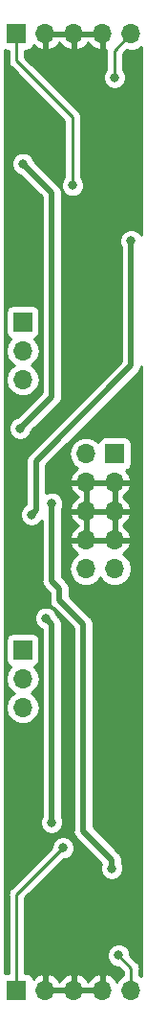
<source format=gbr>
G04 #@! TF.GenerationSoftware,KiCad,Pcbnew,(5.0.0-rc2-47-g52fceb3)*
G04 #@! TF.CreationDate,2018-06-13T16:52:08-05:00*
G04 #@! TF.ProjectId,nearness,6E6561726E6573732E6B696361645F70,rev?*
G04 #@! TF.SameCoordinates,Original*
G04 #@! TF.FileFunction,Copper,L2,Bot,Signal*
G04 #@! TF.FilePolarity,Positive*
%FSLAX46Y46*%
G04 Gerber Fmt 4.6, Leading zero omitted, Abs format (unit mm)*
G04 Created by KiCad (PCBNEW (5.0.0-rc2-47-g52fceb3)) date Wednesday, June 13, 2018 at 04:52:08 PM*
%MOMM*%
%LPD*%
G01*
G04 APERTURE LIST*
G04 #@! TA.AperFunction,ComponentPad*
%ADD10R,1.700000X1.700000*%
G04 #@! TD*
G04 #@! TA.AperFunction,ComponentPad*
%ADD11O,1.700000X1.700000*%
G04 #@! TD*
G04 #@! TA.AperFunction,ViaPad*
%ADD12C,0.800000*%
G04 #@! TD*
G04 #@! TA.AperFunction,Conductor*
%ADD13C,0.500000*%
G04 #@! TD*
G04 #@! TA.AperFunction,Conductor*
%ADD14C,0.250000*%
G04 #@! TD*
G04 #@! TA.AperFunction,Conductor*
%ADD15C,0.254000*%
G04 #@! TD*
G04 APERTURE END LIST*
D10*
G04 #@! TO.P,P6,1*
G04 #@! TO.N,Net-(P6-Pad1)*
X39600000Y-66802000D03*
D11*
G04 #@! TO.P,P6,2*
G04 #@! TO.N,Net-(P6-Pad2)*
X39600000Y-69342000D03*
G04 #@! TO.P,P6,3*
G04 #@! TO.N,Net-(P6-Pad3)*
X39600000Y-71882000D03*
G04 #@! TD*
G04 #@! TO.P,P5,3*
G04 #@! TO.N,Net-(P5-Pad3)*
X39600000Y-42926000D03*
G04 #@! TO.P,P5,2*
G04 #@! TO.N,Net-(P5-Pad2)*
X39600000Y-40386000D03*
D10*
G04 #@! TO.P,P5,1*
G04 #@! TO.N,Net-(P5-Pad1)*
X39600000Y-37846000D03*
G04 #@! TD*
G04 #@! TO.P,J13,1*
G04 #@! TO.N,Net-(J13-Pad1)*
X39068000Y-12390400D03*
D11*
G04 #@! TO.P,J13,2*
G04 #@! TO.N,GND*
X41608000Y-12390400D03*
G04 #@! TO.P,J13,3*
X44148000Y-12390400D03*
G04 #@! TO.P,J13,4*
X46688000Y-12390400D03*
G04 #@! TO.P,J13,5*
G04 #@! TO.N,Net-(J13-Pad5)*
X49228000Y-12390400D03*
G04 #@! TD*
G04 #@! TO.P,J14,5*
G04 #@! TO.N,Net-(J14-Pad5)*
X49228000Y-96835400D03*
G04 #@! TO.P,J14,4*
G04 #@! TO.N,GND*
X46688000Y-96835400D03*
G04 #@! TO.P,J14,3*
X44148000Y-96835400D03*
G04 #@! TO.P,J14,2*
X41608000Y-96835400D03*
D10*
G04 #@! TO.P,J14,1*
G04 #@! TO.N,Net-(J14-Pad1)*
X39068000Y-96835400D03*
G04 #@! TD*
G04 #@! TO.P,J10,1*
G04 #@! TO.N,Net-(D1-Pad2)*
X47752000Y-49476406D03*
D11*
G04 #@! TO.P,J10,2*
X45212000Y-49476406D03*
G04 #@! TO.P,J10,3*
G04 #@! TO.N,GND*
X47752000Y-52016406D03*
G04 #@! TO.P,J10,4*
X45212000Y-52016406D03*
G04 #@! TO.P,J10,5*
X47752000Y-54556406D03*
G04 #@! TO.P,J10,6*
X45212000Y-54556406D03*
G04 #@! TO.P,J10,7*
X47752000Y-57096406D03*
G04 #@! TO.P,J10,8*
X45212000Y-57096406D03*
G04 #@! TO.P,J10,9*
G04 #@! TO.N,Net-(D2-Pad1)*
X47752000Y-59636406D03*
G04 #@! TO.P,J10,10*
X45212000Y-59636406D03*
G04 #@! TD*
D12*
G04 #@! TO.N,-12V*
X40386000Y-54864000D03*
X41656000Y-64008000D03*
X49225200Y-30683200D03*
X42164000Y-82042000D03*
G04 #@! TO.N,+12V*
X39624000Y-23876000D03*
X42164000Y-53848000D03*
X47498000Y-86106000D03*
X39370000Y-47244000D03*
G04 #@! TO.N,Net-(J13-Pad5)*
X47752000Y-16256000D03*
G04 #@! TO.N,Net-(J14-Pad1)*
X43180000Y-84277200D03*
G04 #@! TO.N,Net-(J13-Pad1)*
X44015253Y-25778053D03*
G04 #@! TO.N,Net-(J14-Pad5)*
X48107600Y-93776800D03*
G04 #@! TD*
D13*
G04 #@! TO.N,-12V*
X49225200Y-30683200D02*
X49225200Y-41706800D01*
X40785999Y-50146001D02*
X40785999Y-54464001D01*
X40785999Y-54464001D02*
X40386000Y-54864000D01*
X49225200Y-41706800D02*
X40785999Y-50146001D01*
X42164000Y-64516000D02*
X42164000Y-82042000D01*
X41656000Y-64008000D02*
X42164000Y-64516000D01*
G04 #@! TO.N,+12V*
X42864010Y-61406010D02*
X42164000Y-60706000D01*
X42164000Y-60706000D02*
X42164000Y-53848000D01*
X42864010Y-62422010D02*
X42864010Y-61406010D01*
X42164000Y-26416000D02*
X39624000Y-23876000D01*
X42164000Y-44450000D02*
X42164000Y-26416000D01*
X39370000Y-47244000D02*
X42164000Y-44450000D01*
X44958000Y-82804000D02*
X47498000Y-85344000D01*
X47498000Y-85344000D02*
X47498000Y-86106000D01*
X44958000Y-64516000D02*
X44958000Y-82804000D01*
X42864010Y-62422010D02*
X44958000Y-64516000D01*
D14*
G04 #@! TO.N,Net-(J13-Pad5)*
X47752000Y-16256000D02*
X47752000Y-13866400D01*
X47752000Y-13866400D02*
X49228000Y-12390400D01*
X49326800Y-12489200D02*
X49228000Y-12390400D01*
G04 #@! TO.N,Net-(J14-Pad1)*
X43180000Y-84277200D02*
X39068000Y-88389200D01*
X39068000Y-88389200D02*
X39068000Y-96835400D01*
G04 #@! TO.N,Net-(J13-Pad1)*
X44015253Y-19732853D02*
X39068000Y-14785600D01*
X39068000Y-14785600D02*
X39068000Y-12390400D01*
X44015253Y-25778053D02*
X44015253Y-19732853D01*
X39116000Y-12700000D02*
X39116000Y-12446000D01*
G04 #@! TO.N,Net-(J14-Pad5)*
X48107600Y-93776800D02*
X49228000Y-94897200D01*
X49228000Y-94897200D02*
X49228000Y-96835400D01*
G04 #@! TD*
D15*
G04 #@! TO.N,GND*
G36*
X41735000Y-12263400D02*
X44021000Y-12263400D01*
X44021000Y-12243400D01*
X44275000Y-12243400D01*
X44275000Y-12263400D01*
X46561000Y-12263400D01*
X46561000Y-12243400D01*
X46815000Y-12243400D01*
X46815000Y-12263400D01*
X46835000Y-12263400D01*
X46835000Y-12517400D01*
X46815000Y-12517400D01*
X46815000Y-13710555D01*
X46989766Y-13802785D01*
X46977112Y-13866400D01*
X46992001Y-13941252D01*
X46992000Y-15552289D01*
X46874569Y-15669720D01*
X46717000Y-16050126D01*
X46717000Y-16461874D01*
X46874569Y-16842280D01*
X47165720Y-17133431D01*
X47546126Y-17291000D01*
X47957874Y-17291000D01*
X48338280Y-17133431D01*
X48629431Y-16842280D01*
X48787000Y-16461874D01*
X48787000Y-16050126D01*
X48629431Y-15669720D01*
X48512000Y-15552289D01*
X48512000Y-14181201D01*
X48861592Y-13831609D01*
X49081744Y-13875400D01*
X49374256Y-13875400D01*
X49807418Y-13789239D01*
X50115001Y-13583719D01*
X50115001Y-30126783D01*
X50102631Y-30096920D01*
X49811480Y-29805769D01*
X49431074Y-29648200D01*
X49019326Y-29648200D01*
X48638920Y-29805769D01*
X48347769Y-30096920D01*
X48190200Y-30477326D01*
X48190200Y-30889074D01*
X48340200Y-31251207D01*
X48340201Y-41340220D01*
X40221846Y-49458576D01*
X40147950Y-49507952D01*
X39952347Y-49800692D01*
X39900999Y-50058837D01*
X39900999Y-50058840D01*
X39883662Y-50146001D01*
X39900999Y-50233162D01*
X39901000Y-53944618D01*
X39799720Y-53986569D01*
X39508569Y-54277720D01*
X39351000Y-54658126D01*
X39351000Y-55069874D01*
X39508569Y-55450280D01*
X39799720Y-55741431D01*
X40180126Y-55899000D01*
X40591874Y-55899000D01*
X40972280Y-55741431D01*
X41263431Y-55450280D01*
X41279001Y-55412691D01*
X41279000Y-60618839D01*
X41261663Y-60706000D01*
X41279000Y-60793161D01*
X41279000Y-60793164D01*
X41330348Y-61051309D01*
X41525951Y-61344049D01*
X41599847Y-61393425D01*
X41979011Y-61772589D01*
X41979010Y-62334849D01*
X41961673Y-62422010D01*
X41979010Y-62509171D01*
X41979010Y-62509174D01*
X42030358Y-62767319D01*
X42225961Y-63060059D01*
X42299857Y-63109435D01*
X44073000Y-64882579D01*
X44073001Y-82716834D01*
X44055663Y-82804000D01*
X44124348Y-83149309D01*
X44270576Y-83368154D01*
X44270578Y-83368156D01*
X44319952Y-83442049D01*
X44393845Y-83491423D01*
X46562451Y-85660030D01*
X46463000Y-85900126D01*
X46463000Y-86311874D01*
X46620569Y-86692280D01*
X46911720Y-86983431D01*
X47292126Y-87141000D01*
X47703874Y-87141000D01*
X48084280Y-86983431D01*
X48375431Y-86692280D01*
X48533000Y-86311874D01*
X48533000Y-85900126D01*
X48383000Y-85537993D01*
X48383000Y-85431159D01*
X48400337Y-85343999D01*
X48383000Y-85256839D01*
X48383000Y-85256835D01*
X48331652Y-84998690D01*
X48136049Y-84705951D01*
X48062156Y-84656577D01*
X45843000Y-82437422D01*
X45843000Y-64603159D01*
X45860337Y-64515999D01*
X45843000Y-64428840D01*
X45843000Y-64428835D01*
X45791652Y-64170690D01*
X45682669Y-64007586D01*
X45645424Y-63951845D01*
X45645423Y-63951844D01*
X45596049Y-63877951D01*
X45522156Y-63828577D01*
X43749010Y-62055432D01*
X43749010Y-61493171D01*
X43766347Y-61406010D01*
X43749010Y-61318849D01*
X43749010Y-61318845D01*
X43697662Y-61060700D01*
X43502059Y-60767961D01*
X43428166Y-60718587D01*
X43049000Y-60339422D01*
X43049000Y-59636406D01*
X43697908Y-59636406D01*
X43813161Y-60215824D01*
X44141375Y-60707031D01*
X44632582Y-61035245D01*
X45065744Y-61121406D01*
X45358256Y-61121406D01*
X45791418Y-61035245D01*
X46282625Y-60707031D01*
X46482000Y-60408645D01*
X46681375Y-60707031D01*
X47172582Y-61035245D01*
X47605744Y-61121406D01*
X47898256Y-61121406D01*
X48331418Y-61035245D01*
X48822625Y-60707031D01*
X49150839Y-60215824D01*
X49266092Y-59636406D01*
X49150839Y-59056988D01*
X48822625Y-58565781D01*
X48503522Y-58352563D01*
X48633358Y-58291589D01*
X49023645Y-57863330D01*
X49193476Y-57453296D01*
X49072155Y-57223406D01*
X47879000Y-57223406D01*
X47879000Y-57243406D01*
X47625000Y-57243406D01*
X47625000Y-57223406D01*
X45339000Y-57223406D01*
X45339000Y-57243406D01*
X45085000Y-57243406D01*
X45085000Y-57223406D01*
X43891845Y-57223406D01*
X43770524Y-57453296D01*
X43940355Y-57863330D01*
X44330642Y-58291589D01*
X44460478Y-58352563D01*
X44141375Y-58565781D01*
X43813161Y-59056988D01*
X43697908Y-59636406D01*
X43049000Y-59636406D01*
X43049000Y-54913296D01*
X43770524Y-54913296D01*
X43940355Y-55323330D01*
X44330642Y-55751589D01*
X44489954Y-55826406D01*
X44330642Y-55901223D01*
X43940355Y-56329482D01*
X43770524Y-56739516D01*
X43891845Y-56969406D01*
X45085000Y-56969406D01*
X45085000Y-54683406D01*
X45339000Y-54683406D01*
X45339000Y-56969406D01*
X47625000Y-56969406D01*
X47625000Y-54683406D01*
X47879000Y-54683406D01*
X47879000Y-56969406D01*
X49072155Y-56969406D01*
X49193476Y-56739516D01*
X49023645Y-56329482D01*
X48633358Y-55901223D01*
X48474046Y-55826406D01*
X48633358Y-55751589D01*
X49023645Y-55323330D01*
X49193476Y-54913296D01*
X49072155Y-54683406D01*
X47879000Y-54683406D01*
X47625000Y-54683406D01*
X45339000Y-54683406D01*
X45085000Y-54683406D01*
X43891845Y-54683406D01*
X43770524Y-54913296D01*
X43049000Y-54913296D01*
X43049000Y-54416007D01*
X43199000Y-54053874D01*
X43199000Y-53642126D01*
X43041431Y-53261720D01*
X42750280Y-52970569D01*
X42369874Y-52813000D01*
X41958126Y-52813000D01*
X41670999Y-52931932D01*
X41670999Y-52373296D01*
X43770524Y-52373296D01*
X43940355Y-52783330D01*
X44330642Y-53211589D01*
X44489954Y-53286406D01*
X44330642Y-53361223D01*
X43940355Y-53789482D01*
X43770524Y-54199516D01*
X43891845Y-54429406D01*
X45085000Y-54429406D01*
X45085000Y-52143406D01*
X45339000Y-52143406D01*
X45339000Y-54429406D01*
X47625000Y-54429406D01*
X47625000Y-52143406D01*
X47879000Y-52143406D01*
X47879000Y-54429406D01*
X49072155Y-54429406D01*
X49193476Y-54199516D01*
X49023645Y-53789482D01*
X48633358Y-53361223D01*
X48474046Y-53286406D01*
X48633358Y-53211589D01*
X49023645Y-52783330D01*
X49193476Y-52373296D01*
X49072155Y-52143406D01*
X47879000Y-52143406D01*
X47625000Y-52143406D01*
X45339000Y-52143406D01*
X45085000Y-52143406D01*
X43891845Y-52143406D01*
X43770524Y-52373296D01*
X41670999Y-52373296D01*
X41670999Y-50512579D01*
X42707172Y-49476406D01*
X43697908Y-49476406D01*
X43813161Y-50055824D01*
X44141375Y-50547031D01*
X44460478Y-50760249D01*
X44330642Y-50821223D01*
X43940355Y-51249482D01*
X43770524Y-51659516D01*
X43891845Y-51889406D01*
X45085000Y-51889406D01*
X45085000Y-51869406D01*
X45339000Y-51869406D01*
X45339000Y-51889406D01*
X47625000Y-51889406D01*
X47625000Y-51869406D01*
X47879000Y-51869406D01*
X47879000Y-51889406D01*
X49072155Y-51889406D01*
X49193476Y-51659516D01*
X49023645Y-51249482D01*
X48746292Y-50945145D01*
X48849765Y-50924563D01*
X49059809Y-50784215D01*
X49200157Y-50574171D01*
X49249440Y-50326406D01*
X49249440Y-48626406D01*
X49200157Y-48378641D01*
X49059809Y-48168597D01*
X48849765Y-48028249D01*
X48602000Y-47978966D01*
X46902000Y-47978966D01*
X46654235Y-48028249D01*
X46444191Y-48168597D01*
X46303843Y-48378641D01*
X46294816Y-48424025D01*
X46282625Y-48405781D01*
X45791418Y-48077567D01*
X45358256Y-47991406D01*
X45065744Y-47991406D01*
X44632582Y-48077567D01*
X44141375Y-48405781D01*
X43813161Y-48896988D01*
X43697908Y-49476406D01*
X42707172Y-49476406D01*
X49789356Y-42394223D01*
X49863249Y-42344849D01*
X50058852Y-42052110D01*
X50110200Y-41793965D01*
X50110200Y-41793961D01*
X50115001Y-41769826D01*
X50115000Y-95642081D01*
X49988000Y-95557222D01*
X49988000Y-94972047D01*
X50002888Y-94897200D01*
X49988000Y-94822353D01*
X49988000Y-94822348D01*
X49943904Y-94600663D01*
X49775929Y-94349271D01*
X49712473Y-94306871D01*
X49142600Y-93736999D01*
X49142600Y-93570926D01*
X48985031Y-93190520D01*
X48693880Y-92899369D01*
X48313474Y-92741800D01*
X47901726Y-92741800D01*
X47521320Y-92899369D01*
X47230169Y-93190520D01*
X47072600Y-93570926D01*
X47072600Y-93982674D01*
X47230169Y-94363080D01*
X47521320Y-94654231D01*
X47901726Y-94811800D01*
X48067799Y-94811800D01*
X48468000Y-95212002D01*
X48468000Y-95557222D01*
X48157375Y-95764775D01*
X47944157Y-96083878D01*
X47883183Y-95954042D01*
X47454924Y-95563755D01*
X47044890Y-95393924D01*
X46815000Y-95515245D01*
X46815000Y-96708400D01*
X46835000Y-96708400D01*
X46835000Y-96962400D01*
X46815000Y-96962400D01*
X46815000Y-96982400D01*
X46561000Y-96982400D01*
X46561000Y-96962400D01*
X44275000Y-96962400D01*
X44275000Y-96982400D01*
X44021000Y-96982400D01*
X44021000Y-96962400D01*
X41735000Y-96962400D01*
X41735000Y-96982400D01*
X41481000Y-96982400D01*
X41481000Y-96962400D01*
X41461000Y-96962400D01*
X41461000Y-96708400D01*
X41481000Y-96708400D01*
X41481000Y-95515245D01*
X41735000Y-95515245D01*
X41735000Y-96708400D01*
X44021000Y-96708400D01*
X44021000Y-95515245D01*
X44275000Y-95515245D01*
X44275000Y-96708400D01*
X46561000Y-96708400D01*
X46561000Y-95515245D01*
X46331110Y-95393924D01*
X45921076Y-95563755D01*
X45492817Y-95954042D01*
X45418000Y-96113354D01*
X45343183Y-95954042D01*
X44914924Y-95563755D01*
X44504890Y-95393924D01*
X44275000Y-95515245D01*
X44021000Y-95515245D01*
X43791110Y-95393924D01*
X43381076Y-95563755D01*
X42952817Y-95954042D01*
X42878000Y-96113354D01*
X42803183Y-95954042D01*
X42374924Y-95563755D01*
X41964890Y-95393924D01*
X41735000Y-95515245D01*
X41481000Y-95515245D01*
X41251110Y-95393924D01*
X40841076Y-95563755D01*
X40536739Y-95841108D01*
X40516157Y-95737635D01*
X40375809Y-95527591D01*
X40165765Y-95387243D01*
X39918000Y-95337960D01*
X39828000Y-95337960D01*
X39828000Y-88704001D01*
X43219802Y-85312200D01*
X43385874Y-85312200D01*
X43766280Y-85154631D01*
X44057431Y-84863480D01*
X44215000Y-84483074D01*
X44215000Y-84071326D01*
X44057431Y-83690920D01*
X43766280Y-83399769D01*
X43385874Y-83242200D01*
X42974126Y-83242200D01*
X42593720Y-83399769D01*
X42302569Y-83690920D01*
X42145000Y-84071326D01*
X42145000Y-84237398D01*
X38583530Y-87798869D01*
X38520071Y-87841271D01*
X38352096Y-88092664D01*
X38308000Y-88314349D01*
X38308000Y-88314353D01*
X38293112Y-88389200D01*
X38308000Y-88464047D01*
X38308001Y-95337960D01*
X38218000Y-95337960D01*
X38023000Y-95376748D01*
X38023000Y-69342000D01*
X38085908Y-69342000D01*
X38201161Y-69921418D01*
X38529375Y-70412625D01*
X38827761Y-70612000D01*
X38529375Y-70811375D01*
X38201161Y-71302582D01*
X38085908Y-71882000D01*
X38201161Y-72461418D01*
X38529375Y-72952625D01*
X39020582Y-73280839D01*
X39453744Y-73367000D01*
X39746256Y-73367000D01*
X40179418Y-73280839D01*
X40670625Y-72952625D01*
X40998839Y-72461418D01*
X41114092Y-71882000D01*
X40998839Y-71302582D01*
X40670625Y-70811375D01*
X40372239Y-70612000D01*
X40670625Y-70412625D01*
X40998839Y-69921418D01*
X41114092Y-69342000D01*
X40998839Y-68762582D01*
X40670625Y-68271375D01*
X40652381Y-68259184D01*
X40697765Y-68250157D01*
X40907809Y-68109809D01*
X41048157Y-67899765D01*
X41097440Y-67652000D01*
X41097440Y-65952000D01*
X41048157Y-65704235D01*
X40907809Y-65494191D01*
X40697765Y-65353843D01*
X40450000Y-65304560D01*
X38750000Y-65304560D01*
X38502235Y-65353843D01*
X38292191Y-65494191D01*
X38151843Y-65704235D01*
X38102560Y-65952000D01*
X38102560Y-67652000D01*
X38151843Y-67899765D01*
X38292191Y-68109809D01*
X38502235Y-68250157D01*
X38547619Y-68259184D01*
X38529375Y-68271375D01*
X38201161Y-68762582D01*
X38085908Y-69342000D01*
X38023000Y-69342000D01*
X38023000Y-63802126D01*
X40621000Y-63802126D01*
X40621000Y-64213874D01*
X40778569Y-64594280D01*
X41069720Y-64885431D01*
X41279000Y-64972117D01*
X41279001Y-81473991D01*
X41129000Y-81836126D01*
X41129000Y-82247874D01*
X41286569Y-82628280D01*
X41577720Y-82919431D01*
X41958126Y-83077000D01*
X42369874Y-83077000D01*
X42750280Y-82919431D01*
X43041431Y-82628280D01*
X43199000Y-82247874D01*
X43199000Y-81836126D01*
X43049000Y-81473993D01*
X43049000Y-64603159D01*
X43066337Y-64515999D01*
X43049000Y-64428839D01*
X43049000Y-64428835D01*
X42997652Y-64170690D01*
X42802049Y-63877951D01*
X42728154Y-63828576D01*
X42683431Y-63783853D01*
X42533431Y-63421720D01*
X42242280Y-63130569D01*
X41861874Y-62973000D01*
X41450126Y-62973000D01*
X41069720Y-63130569D01*
X40778569Y-63421720D01*
X40621000Y-63802126D01*
X38023000Y-63802126D01*
X38023000Y-47038126D01*
X38335000Y-47038126D01*
X38335000Y-47449874D01*
X38492569Y-47830280D01*
X38783720Y-48121431D01*
X39164126Y-48279000D01*
X39575874Y-48279000D01*
X39956280Y-48121431D01*
X40247431Y-47830280D01*
X40397431Y-47468147D01*
X42728156Y-45137423D01*
X42802049Y-45088049D01*
X42997652Y-44795310D01*
X43049000Y-44537165D01*
X43049000Y-44537161D01*
X43066337Y-44450000D01*
X43049000Y-44362839D01*
X43049000Y-26503159D01*
X43066337Y-26415999D01*
X43049000Y-26328839D01*
X43049000Y-26328835D01*
X42997652Y-26070690D01*
X42852132Y-25852905D01*
X42851424Y-25851845D01*
X42851423Y-25851844D01*
X42802049Y-25777951D01*
X42728156Y-25728577D01*
X40651431Y-23651853D01*
X40501431Y-23289720D01*
X40210280Y-22998569D01*
X39829874Y-22841000D01*
X39418126Y-22841000D01*
X39037720Y-22998569D01*
X38746569Y-23289720D01*
X38589000Y-23670126D01*
X38589000Y-24081874D01*
X38746569Y-24462280D01*
X39037720Y-24753431D01*
X39399853Y-24903431D01*
X41279001Y-26782580D01*
X41279000Y-44083421D01*
X39145853Y-46216569D01*
X38783720Y-46366569D01*
X38492569Y-46657720D01*
X38335000Y-47038126D01*
X38023000Y-47038126D01*
X38023000Y-40386000D01*
X38085908Y-40386000D01*
X38201161Y-40965418D01*
X38529375Y-41456625D01*
X38827761Y-41656000D01*
X38529375Y-41855375D01*
X38201161Y-42346582D01*
X38085908Y-42926000D01*
X38201161Y-43505418D01*
X38529375Y-43996625D01*
X39020582Y-44324839D01*
X39453744Y-44411000D01*
X39746256Y-44411000D01*
X40179418Y-44324839D01*
X40670625Y-43996625D01*
X40998839Y-43505418D01*
X41114092Y-42926000D01*
X40998839Y-42346582D01*
X40670625Y-41855375D01*
X40372239Y-41656000D01*
X40670625Y-41456625D01*
X40998839Y-40965418D01*
X41114092Y-40386000D01*
X40998839Y-39806582D01*
X40670625Y-39315375D01*
X40652381Y-39303184D01*
X40697765Y-39294157D01*
X40907809Y-39153809D01*
X41048157Y-38943765D01*
X41097440Y-38696000D01*
X41097440Y-36996000D01*
X41048157Y-36748235D01*
X40907809Y-36538191D01*
X40697765Y-36397843D01*
X40450000Y-36348560D01*
X38750000Y-36348560D01*
X38502235Y-36397843D01*
X38292191Y-36538191D01*
X38151843Y-36748235D01*
X38102560Y-36996000D01*
X38102560Y-38696000D01*
X38151843Y-38943765D01*
X38292191Y-39153809D01*
X38502235Y-39294157D01*
X38547619Y-39303184D01*
X38529375Y-39315375D01*
X38201161Y-39806582D01*
X38085908Y-40386000D01*
X38023000Y-40386000D01*
X38023000Y-13849052D01*
X38218000Y-13887840D01*
X38308000Y-13887840D01*
X38308000Y-14710753D01*
X38293112Y-14785600D01*
X38308000Y-14860447D01*
X38308000Y-14860451D01*
X38352096Y-15082136D01*
X38520071Y-15333529D01*
X38583530Y-15375931D01*
X43255254Y-20047657D01*
X43255253Y-25074342D01*
X43137822Y-25191773D01*
X42980253Y-25572179D01*
X42980253Y-25983927D01*
X43137822Y-26364333D01*
X43428973Y-26655484D01*
X43809379Y-26813053D01*
X44221127Y-26813053D01*
X44601533Y-26655484D01*
X44892684Y-26364333D01*
X45050253Y-25983927D01*
X45050253Y-25572179D01*
X44892684Y-25191773D01*
X44775253Y-25074342D01*
X44775253Y-19807699D01*
X44790141Y-19732852D01*
X44775253Y-19658005D01*
X44775253Y-19658001D01*
X44731157Y-19436316D01*
X44689355Y-19373755D01*
X44605582Y-19248379D01*
X44605580Y-19248377D01*
X44563182Y-19184924D01*
X44499729Y-19142526D01*
X39828000Y-14470799D01*
X39828000Y-13887840D01*
X39918000Y-13887840D01*
X40165765Y-13838557D01*
X40375809Y-13698209D01*
X40516157Y-13488165D01*
X40536739Y-13384692D01*
X40841076Y-13662045D01*
X41251110Y-13831876D01*
X41481000Y-13710555D01*
X41481000Y-12517400D01*
X41735000Y-12517400D01*
X41735000Y-13710555D01*
X41964890Y-13831876D01*
X42374924Y-13662045D01*
X42803183Y-13271758D01*
X42878000Y-13112446D01*
X42952817Y-13271758D01*
X43381076Y-13662045D01*
X43791110Y-13831876D01*
X44021000Y-13710555D01*
X44021000Y-12517400D01*
X44275000Y-12517400D01*
X44275000Y-13710555D01*
X44504890Y-13831876D01*
X44914924Y-13662045D01*
X45343183Y-13271758D01*
X45418000Y-13112446D01*
X45492817Y-13271758D01*
X45921076Y-13662045D01*
X46331110Y-13831876D01*
X46561000Y-13710555D01*
X46561000Y-12517400D01*
X44275000Y-12517400D01*
X44021000Y-12517400D01*
X41735000Y-12517400D01*
X41481000Y-12517400D01*
X41461000Y-12517400D01*
X41461000Y-12263400D01*
X41481000Y-12263400D01*
X41481000Y-12243400D01*
X41735000Y-12243400D01*
X41735000Y-12263400D01*
X41735000Y-12263400D01*
G37*
X41735000Y-12263400D02*
X44021000Y-12263400D01*
X44021000Y-12243400D01*
X44275000Y-12243400D01*
X44275000Y-12263400D01*
X46561000Y-12263400D01*
X46561000Y-12243400D01*
X46815000Y-12243400D01*
X46815000Y-12263400D01*
X46835000Y-12263400D01*
X46835000Y-12517400D01*
X46815000Y-12517400D01*
X46815000Y-13710555D01*
X46989766Y-13802785D01*
X46977112Y-13866400D01*
X46992001Y-13941252D01*
X46992000Y-15552289D01*
X46874569Y-15669720D01*
X46717000Y-16050126D01*
X46717000Y-16461874D01*
X46874569Y-16842280D01*
X47165720Y-17133431D01*
X47546126Y-17291000D01*
X47957874Y-17291000D01*
X48338280Y-17133431D01*
X48629431Y-16842280D01*
X48787000Y-16461874D01*
X48787000Y-16050126D01*
X48629431Y-15669720D01*
X48512000Y-15552289D01*
X48512000Y-14181201D01*
X48861592Y-13831609D01*
X49081744Y-13875400D01*
X49374256Y-13875400D01*
X49807418Y-13789239D01*
X50115001Y-13583719D01*
X50115001Y-30126783D01*
X50102631Y-30096920D01*
X49811480Y-29805769D01*
X49431074Y-29648200D01*
X49019326Y-29648200D01*
X48638920Y-29805769D01*
X48347769Y-30096920D01*
X48190200Y-30477326D01*
X48190200Y-30889074D01*
X48340200Y-31251207D01*
X48340201Y-41340220D01*
X40221846Y-49458576D01*
X40147950Y-49507952D01*
X39952347Y-49800692D01*
X39900999Y-50058837D01*
X39900999Y-50058840D01*
X39883662Y-50146001D01*
X39900999Y-50233162D01*
X39901000Y-53944618D01*
X39799720Y-53986569D01*
X39508569Y-54277720D01*
X39351000Y-54658126D01*
X39351000Y-55069874D01*
X39508569Y-55450280D01*
X39799720Y-55741431D01*
X40180126Y-55899000D01*
X40591874Y-55899000D01*
X40972280Y-55741431D01*
X41263431Y-55450280D01*
X41279001Y-55412691D01*
X41279000Y-60618839D01*
X41261663Y-60706000D01*
X41279000Y-60793161D01*
X41279000Y-60793164D01*
X41330348Y-61051309D01*
X41525951Y-61344049D01*
X41599847Y-61393425D01*
X41979011Y-61772589D01*
X41979010Y-62334849D01*
X41961673Y-62422010D01*
X41979010Y-62509171D01*
X41979010Y-62509174D01*
X42030358Y-62767319D01*
X42225961Y-63060059D01*
X42299857Y-63109435D01*
X44073000Y-64882579D01*
X44073001Y-82716834D01*
X44055663Y-82804000D01*
X44124348Y-83149309D01*
X44270576Y-83368154D01*
X44270578Y-83368156D01*
X44319952Y-83442049D01*
X44393845Y-83491423D01*
X46562451Y-85660030D01*
X46463000Y-85900126D01*
X46463000Y-86311874D01*
X46620569Y-86692280D01*
X46911720Y-86983431D01*
X47292126Y-87141000D01*
X47703874Y-87141000D01*
X48084280Y-86983431D01*
X48375431Y-86692280D01*
X48533000Y-86311874D01*
X48533000Y-85900126D01*
X48383000Y-85537993D01*
X48383000Y-85431159D01*
X48400337Y-85343999D01*
X48383000Y-85256839D01*
X48383000Y-85256835D01*
X48331652Y-84998690D01*
X48136049Y-84705951D01*
X48062156Y-84656577D01*
X45843000Y-82437422D01*
X45843000Y-64603159D01*
X45860337Y-64515999D01*
X45843000Y-64428840D01*
X45843000Y-64428835D01*
X45791652Y-64170690D01*
X45682669Y-64007586D01*
X45645424Y-63951845D01*
X45645423Y-63951844D01*
X45596049Y-63877951D01*
X45522156Y-63828577D01*
X43749010Y-62055432D01*
X43749010Y-61493171D01*
X43766347Y-61406010D01*
X43749010Y-61318849D01*
X43749010Y-61318845D01*
X43697662Y-61060700D01*
X43502059Y-60767961D01*
X43428166Y-60718587D01*
X43049000Y-60339422D01*
X43049000Y-59636406D01*
X43697908Y-59636406D01*
X43813161Y-60215824D01*
X44141375Y-60707031D01*
X44632582Y-61035245D01*
X45065744Y-61121406D01*
X45358256Y-61121406D01*
X45791418Y-61035245D01*
X46282625Y-60707031D01*
X46482000Y-60408645D01*
X46681375Y-60707031D01*
X47172582Y-61035245D01*
X47605744Y-61121406D01*
X47898256Y-61121406D01*
X48331418Y-61035245D01*
X48822625Y-60707031D01*
X49150839Y-60215824D01*
X49266092Y-59636406D01*
X49150839Y-59056988D01*
X48822625Y-58565781D01*
X48503522Y-58352563D01*
X48633358Y-58291589D01*
X49023645Y-57863330D01*
X49193476Y-57453296D01*
X49072155Y-57223406D01*
X47879000Y-57223406D01*
X47879000Y-57243406D01*
X47625000Y-57243406D01*
X47625000Y-57223406D01*
X45339000Y-57223406D01*
X45339000Y-57243406D01*
X45085000Y-57243406D01*
X45085000Y-57223406D01*
X43891845Y-57223406D01*
X43770524Y-57453296D01*
X43940355Y-57863330D01*
X44330642Y-58291589D01*
X44460478Y-58352563D01*
X44141375Y-58565781D01*
X43813161Y-59056988D01*
X43697908Y-59636406D01*
X43049000Y-59636406D01*
X43049000Y-54913296D01*
X43770524Y-54913296D01*
X43940355Y-55323330D01*
X44330642Y-55751589D01*
X44489954Y-55826406D01*
X44330642Y-55901223D01*
X43940355Y-56329482D01*
X43770524Y-56739516D01*
X43891845Y-56969406D01*
X45085000Y-56969406D01*
X45085000Y-54683406D01*
X45339000Y-54683406D01*
X45339000Y-56969406D01*
X47625000Y-56969406D01*
X47625000Y-54683406D01*
X47879000Y-54683406D01*
X47879000Y-56969406D01*
X49072155Y-56969406D01*
X49193476Y-56739516D01*
X49023645Y-56329482D01*
X48633358Y-55901223D01*
X48474046Y-55826406D01*
X48633358Y-55751589D01*
X49023645Y-55323330D01*
X49193476Y-54913296D01*
X49072155Y-54683406D01*
X47879000Y-54683406D01*
X47625000Y-54683406D01*
X45339000Y-54683406D01*
X45085000Y-54683406D01*
X43891845Y-54683406D01*
X43770524Y-54913296D01*
X43049000Y-54913296D01*
X43049000Y-54416007D01*
X43199000Y-54053874D01*
X43199000Y-53642126D01*
X43041431Y-53261720D01*
X42750280Y-52970569D01*
X42369874Y-52813000D01*
X41958126Y-52813000D01*
X41670999Y-52931932D01*
X41670999Y-52373296D01*
X43770524Y-52373296D01*
X43940355Y-52783330D01*
X44330642Y-53211589D01*
X44489954Y-53286406D01*
X44330642Y-53361223D01*
X43940355Y-53789482D01*
X43770524Y-54199516D01*
X43891845Y-54429406D01*
X45085000Y-54429406D01*
X45085000Y-52143406D01*
X45339000Y-52143406D01*
X45339000Y-54429406D01*
X47625000Y-54429406D01*
X47625000Y-52143406D01*
X47879000Y-52143406D01*
X47879000Y-54429406D01*
X49072155Y-54429406D01*
X49193476Y-54199516D01*
X49023645Y-53789482D01*
X48633358Y-53361223D01*
X48474046Y-53286406D01*
X48633358Y-53211589D01*
X49023645Y-52783330D01*
X49193476Y-52373296D01*
X49072155Y-52143406D01*
X47879000Y-52143406D01*
X47625000Y-52143406D01*
X45339000Y-52143406D01*
X45085000Y-52143406D01*
X43891845Y-52143406D01*
X43770524Y-52373296D01*
X41670999Y-52373296D01*
X41670999Y-50512579D01*
X42707172Y-49476406D01*
X43697908Y-49476406D01*
X43813161Y-50055824D01*
X44141375Y-50547031D01*
X44460478Y-50760249D01*
X44330642Y-50821223D01*
X43940355Y-51249482D01*
X43770524Y-51659516D01*
X43891845Y-51889406D01*
X45085000Y-51889406D01*
X45085000Y-51869406D01*
X45339000Y-51869406D01*
X45339000Y-51889406D01*
X47625000Y-51889406D01*
X47625000Y-51869406D01*
X47879000Y-51869406D01*
X47879000Y-51889406D01*
X49072155Y-51889406D01*
X49193476Y-51659516D01*
X49023645Y-51249482D01*
X48746292Y-50945145D01*
X48849765Y-50924563D01*
X49059809Y-50784215D01*
X49200157Y-50574171D01*
X49249440Y-50326406D01*
X49249440Y-48626406D01*
X49200157Y-48378641D01*
X49059809Y-48168597D01*
X48849765Y-48028249D01*
X48602000Y-47978966D01*
X46902000Y-47978966D01*
X46654235Y-48028249D01*
X46444191Y-48168597D01*
X46303843Y-48378641D01*
X46294816Y-48424025D01*
X46282625Y-48405781D01*
X45791418Y-48077567D01*
X45358256Y-47991406D01*
X45065744Y-47991406D01*
X44632582Y-48077567D01*
X44141375Y-48405781D01*
X43813161Y-48896988D01*
X43697908Y-49476406D01*
X42707172Y-49476406D01*
X49789356Y-42394223D01*
X49863249Y-42344849D01*
X50058852Y-42052110D01*
X50110200Y-41793965D01*
X50110200Y-41793961D01*
X50115001Y-41769826D01*
X50115000Y-95642081D01*
X49988000Y-95557222D01*
X49988000Y-94972047D01*
X50002888Y-94897200D01*
X49988000Y-94822353D01*
X49988000Y-94822348D01*
X49943904Y-94600663D01*
X49775929Y-94349271D01*
X49712473Y-94306871D01*
X49142600Y-93736999D01*
X49142600Y-93570926D01*
X48985031Y-93190520D01*
X48693880Y-92899369D01*
X48313474Y-92741800D01*
X47901726Y-92741800D01*
X47521320Y-92899369D01*
X47230169Y-93190520D01*
X47072600Y-93570926D01*
X47072600Y-93982674D01*
X47230169Y-94363080D01*
X47521320Y-94654231D01*
X47901726Y-94811800D01*
X48067799Y-94811800D01*
X48468000Y-95212002D01*
X48468000Y-95557222D01*
X48157375Y-95764775D01*
X47944157Y-96083878D01*
X47883183Y-95954042D01*
X47454924Y-95563755D01*
X47044890Y-95393924D01*
X46815000Y-95515245D01*
X46815000Y-96708400D01*
X46835000Y-96708400D01*
X46835000Y-96962400D01*
X46815000Y-96962400D01*
X46815000Y-96982400D01*
X46561000Y-96982400D01*
X46561000Y-96962400D01*
X44275000Y-96962400D01*
X44275000Y-96982400D01*
X44021000Y-96982400D01*
X44021000Y-96962400D01*
X41735000Y-96962400D01*
X41735000Y-96982400D01*
X41481000Y-96982400D01*
X41481000Y-96962400D01*
X41461000Y-96962400D01*
X41461000Y-96708400D01*
X41481000Y-96708400D01*
X41481000Y-95515245D01*
X41735000Y-95515245D01*
X41735000Y-96708400D01*
X44021000Y-96708400D01*
X44021000Y-95515245D01*
X44275000Y-95515245D01*
X44275000Y-96708400D01*
X46561000Y-96708400D01*
X46561000Y-95515245D01*
X46331110Y-95393924D01*
X45921076Y-95563755D01*
X45492817Y-95954042D01*
X45418000Y-96113354D01*
X45343183Y-95954042D01*
X44914924Y-95563755D01*
X44504890Y-95393924D01*
X44275000Y-95515245D01*
X44021000Y-95515245D01*
X43791110Y-95393924D01*
X43381076Y-95563755D01*
X42952817Y-95954042D01*
X42878000Y-96113354D01*
X42803183Y-95954042D01*
X42374924Y-95563755D01*
X41964890Y-95393924D01*
X41735000Y-95515245D01*
X41481000Y-95515245D01*
X41251110Y-95393924D01*
X40841076Y-95563755D01*
X40536739Y-95841108D01*
X40516157Y-95737635D01*
X40375809Y-95527591D01*
X40165765Y-95387243D01*
X39918000Y-95337960D01*
X39828000Y-95337960D01*
X39828000Y-88704001D01*
X43219802Y-85312200D01*
X43385874Y-85312200D01*
X43766280Y-85154631D01*
X44057431Y-84863480D01*
X44215000Y-84483074D01*
X44215000Y-84071326D01*
X44057431Y-83690920D01*
X43766280Y-83399769D01*
X43385874Y-83242200D01*
X42974126Y-83242200D01*
X42593720Y-83399769D01*
X42302569Y-83690920D01*
X42145000Y-84071326D01*
X42145000Y-84237398D01*
X38583530Y-87798869D01*
X38520071Y-87841271D01*
X38352096Y-88092664D01*
X38308000Y-88314349D01*
X38308000Y-88314353D01*
X38293112Y-88389200D01*
X38308000Y-88464047D01*
X38308001Y-95337960D01*
X38218000Y-95337960D01*
X38023000Y-95376748D01*
X38023000Y-69342000D01*
X38085908Y-69342000D01*
X38201161Y-69921418D01*
X38529375Y-70412625D01*
X38827761Y-70612000D01*
X38529375Y-70811375D01*
X38201161Y-71302582D01*
X38085908Y-71882000D01*
X38201161Y-72461418D01*
X38529375Y-72952625D01*
X39020582Y-73280839D01*
X39453744Y-73367000D01*
X39746256Y-73367000D01*
X40179418Y-73280839D01*
X40670625Y-72952625D01*
X40998839Y-72461418D01*
X41114092Y-71882000D01*
X40998839Y-71302582D01*
X40670625Y-70811375D01*
X40372239Y-70612000D01*
X40670625Y-70412625D01*
X40998839Y-69921418D01*
X41114092Y-69342000D01*
X40998839Y-68762582D01*
X40670625Y-68271375D01*
X40652381Y-68259184D01*
X40697765Y-68250157D01*
X40907809Y-68109809D01*
X41048157Y-67899765D01*
X41097440Y-67652000D01*
X41097440Y-65952000D01*
X41048157Y-65704235D01*
X40907809Y-65494191D01*
X40697765Y-65353843D01*
X40450000Y-65304560D01*
X38750000Y-65304560D01*
X38502235Y-65353843D01*
X38292191Y-65494191D01*
X38151843Y-65704235D01*
X38102560Y-65952000D01*
X38102560Y-67652000D01*
X38151843Y-67899765D01*
X38292191Y-68109809D01*
X38502235Y-68250157D01*
X38547619Y-68259184D01*
X38529375Y-68271375D01*
X38201161Y-68762582D01*
X38085908Y-69342000D01*
X38023000Y-69342000D01*
X38023000Y-63802126D01*
X40621000Y-63802126D01*
X40621000Y-64213874D01*
X40778569Y-64594280D01*
X41069720Y-64885431D01*
X41279000Y-64972117D01*
X41279001Y-81473991D01*
X41129000Y-81836126D01*
X41129000Y-82247874D01*
X41286569Y-82628280D01*
X41577720Y-82919431D01*
X41958126Y-83077000D01*
X42369874Y-83077000D01*
X42750280Y-82919431D01*
X43041431Y-82628280D01*
X43199000Y-82247874D01*
X43199000Y-81836126D01*
X43049000Y-81473993D01*
X43049000Y-64603159D01*
X43066337Y-64515999D01*
X43049000Y-64428839D01*
X43049000Y-64428835D01*
X42997652Y-64170690D01*
X42802049Y-63877951D01*
X42728154Y-63828576D01*
X42683431Y-63783853D01*
X42533431Y-63421720D01*
X42242280Y-63130569D01*
X41861874Y-62973000D01*
X41450126Y-62973000D01*
X41069720Y-63130569D01*
X40778569Y-63421720D01*
X40621000Y-63802126D01*
X38023000Y-63802126D01*
X38023000Y-47038126D01*
X38335000Y-47038126D01*
X38335000Y-47449874D01*
X38492569Y-47830280D01*
X38783720Y-48121431D01*
X39164126Y-48279000D01*
X39575874Y-48279000D01*
X39956280Y-48121431D01*
X40247431Y-47830280D01*
X40397431Y-47468147D01*
X42728156Y-45137423D01*
X42802049Y-45088049D01*
X42997652Y-44795310D01*
X43049000Y-44537165D01*
X43049000Y-44537161D01*
X43066337Y-44450000D01*
X43049000Y-44362839D01*
X43049000Y-26503159D01*
X43066337Y-26415999D01*
X43049000Y-26328839D01*
X43049000Y-26328835D01*
X42997652Y-26070690D01*
X42852132Y-25852905D01*
X42851424Y-25851845D01*
X42851423Y-25851844D01*
X42802049Y-25777951D01*
X42728156Y-25728577D01*
X40651431Y-23651853D01*
X40501431Y-23289720D01*
X40210280Y-22998569D01*
X39829874Y-22841000D01*
X39418126Y-22841000D01*
X39037720Y-22998569D01*
X38746569Y-23289720D01*
X38589000Y-23670126D01*
X38589000Y-24081874D01*
X38746569Y-24462280D01*
X39037720Y-24753431D01*
X39399853Y-24903431D01*
X41279001Y-26782580D01*
X41279000Y-44083421D01*
X39145853Y-46216569D01*
X38783720Y-46366569D01*
X38492569Y-46657720D01*
X38335000Y-47038126D01*
X38023000Y-47038126D01*
X38023000Y-40386000D01*
X38085908Y-40386000D01*
X38201161Y-40965418D01*
X38529375Y-41456625D01*
X38827761Y-41656000D01*
X38529375Y-41855375D01*
X38201161Y-42346582D01*
X38085908Y-42926000D01*
X38201161Y-43505418D01*
X38529375Y-43996625D01*
X39020582Y-44324839D01*
X39453744Y-44411000D01*
X39746256Y-44411000D01*
X40179418Y-44324839D01*
X40670625Y-43996625D01*
X40998839Y-43505418D01*
X41114092Y-42926000D01*
X40998839Y-42346582D01*
X40670625Y-41855375D01*
X40372239Y-41656000D01*
X40670625Y-41456625D01*
X40998839Y-40965418D01*
X41114092Y-40386000D01*
X40998839Y-39806582D01*
X40670625Y-39315375D01*
X40652381Y-39303184D01*
X40697765Y-39294157D01*
X40907809Y-39153809D01*
X41048157Y-38943765D01*
X41097440Y-38696000D01*
X41097440Y-36996000D01*
X41048157Y-36748235D01*
X40907809Y-36538191D01*
X40697765Y-36397843D01*
X40450000Y-36348560D01*
X38750000Y-36348560D01*
X38502235Y-36397843D01*
X38292191Y-36538191D01*
X38151843Y-36748235D01*
X38102560Y-36996000D01*
X38102560Y-38696000D01*
X38151843Y-38943765D01*
X38292191Y-39153809D01*
X38502235Y-39294157D01*
X38547619Y-39303184D01*
X38529375Y-39315375D01*
X38201161Y-39806582D01*
X38085908Y-40386000D01*
X38023000Y-40386000D01*
X38023000Y-13849052D01*
X38218000Y-13887840D01*
X38308000Y-13887840D01*
X38308000Y-14710753D01*
X38293112Y-14785600D01*
X38308000Y-14860447D01*
X38308000Y-14860451D01*
X38352096Y-15082136D01*
X38520071Y-15333529D01*
X38583530Y-15375931D01*
X43255254Y-20047657D01*
X43255253Y-25074342D01*
X43137822Y-25191773D01*
X42980253Y-25572179D01*
X42980253Y-25983927D01*
X43137822Y-26364333D01*
X43428973Y-26655484D01*
X43809379Y-26813053D01*
X44221127Y-26813053D01*
X44601533Y-26655484D01*
X44892684Y-26364333D01*
X45050253Y-25983927D01*
X45050253Y-25572179D01*
X44892684Y-25191773D01*
X44775253Y-25074342D01*
X44775253Y-19807699D01*
X44790141Y-19732852D01*
X44775253Y-19658005D01*
X44775253Y-19658001D01*
X44731157Y-19436316D01*
X44689355Y-19373755D01*
X44605582Y-19248379D01*
X44605580Y-19248377D01*
X44563182Y-19184924D01*
X44499729Y-19142526D01*
X39828000Y-14470799D01*
X39828000Y-13887840D01*
X39918000Y-13887840D01*
X40165765Y-13838557D01*
X40375809Y-13698209D01*
X40516157Y-13488165D01*
X40536739Y-13384692D01*
X40841076Y-13662045D01*
X41251110Y-13831876D01*
X41481000Y-13710555D01*
X41481000Y-12517400D01*
X41735000Y-12517400D01*
X41735000Y-13710555D01*
X41964890Y-13831876D01*
X42374924Y-13662045D01*
X42803183Y-13271758D01*
X42878000Y-13112446D01*
X42952817Y-13271758D01*
X43381076Y-13662045D01*
X43791110Y-13831876D01*
X44021000Y-13710555D01*
X44021000Y-12517400D01*
X44275000Y-12517400D01*
X44275000Y-13710555D01*
X44504890Y-13831876D01*
X44914924Y-13662045D01*
X45343183Y-13271758D01*
X45418000Y-13112446D01*
X45492817Y-13271758D01*
X45921076Y-13662045D01*
X46331110Y-13831876D01*
X46561000Y-13710555D01*
X46561000Y-12517400D01*
X44275000Y-12517400D01*
X44021000Y-12517400D01*
X41735000Y-12517400D01*
X41481000Y-12517400D01*
X41461000Y-12517400D01*
X41461000Y-12263400D01*
X41481000Y-12263400D01*
X41481000Y-12243400D01*
X41735000Y-12243400D01*
X41735000Y-12263400D01*
G04 #@! TD*
M02*

</source>
